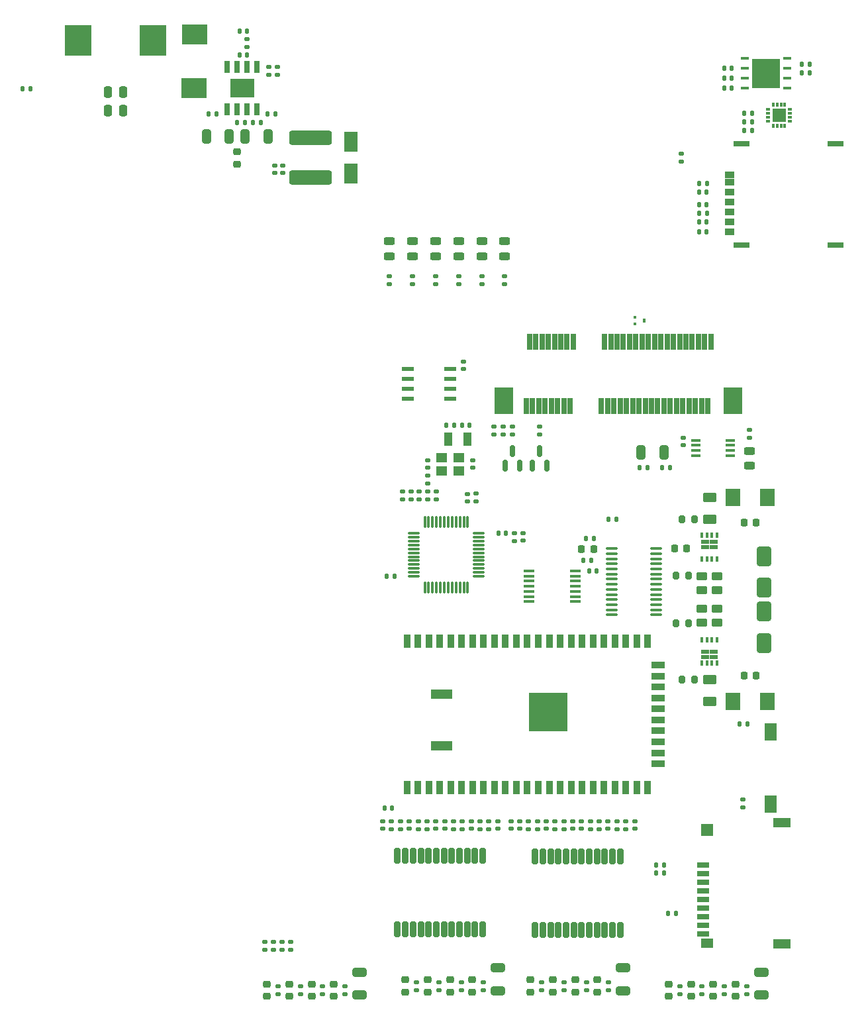
<source format=gtp>
G04 #@! TF.GenerationSoftware,KiCad,Pcbnew,7.0.5-0*
G04 #@! TF.CreationDate,2023-08-08T04:38:12-03:00*
G04 #@! TF.ProjectId,macunaima_rev2,6d616375-6e61-4696-9d61-5f726576322e,rev?*
G04 #@! TF.SameCoordinates,Original*
G04 #@! TF.FileFunction,Paste,Top*
G04 #@! TF.FilePolarity,Positive*
%FSLAX46Y46*%
G04 Gerber Fmt 4.6, Leading zero omitted, Abs format (unit mm)*
G04 Created by KiCad (PCBNEW 7.0.5-0) date 2023-08-08 04:38:12*
%MOMM*%
%LPD*%
G01*
G04 APERTURE LIST*
G04 Aperture macros list*
%AMRoundRect*
0 Rectangle with rounded corners*
0 $1 Rounding radius*
0 $2 $3 $4 $5 $6 $7 $8 $9 X,Y pos of 4 corners*
0 Add a 4 corners polygon primitive as box body*
4,1,4,$2,$3,$4,$5,$6,$7,$8,$9,$2,$3,0*
0 Add four circle primitives for the rounded corners*
1,1,$1+$1,$2,$3*
1,1,$1+$1,$4,$5*
1,1,$1+$1,$6,$7*
1,1,$1+$1,$8,$9*
0 Add four rect primitives between the rounded corners*
20,1,$1+$1,$2,$3,$4,$5,0*
20,1,$1+$1,$4,$5,$6,$7,0*
20,1,$1+$1,$6,$7,$8,$9,0*
20,1,$1+$1,$8,$9,$2,$3,0*%
G04 Aperture macros list end*
%ADD10R,1.409700X0.355600*%
%ADD11RoundRect,0.225000X0.250000X-0.225000X0.250000X0.225000X-0.250000X0.225000X-0.250000X-0.225000X0*%
%ADD12R,1.000000X1.800000*%
%ADD13RoundRect,0.140000X-0.140000X-0.170000X0.140000X-0.170000X0.140000X0.170000X-0.140000X0.170000X0*%
%ADD14RoundRect,0.135000X-0.185000X0.135000X-0.185000X-0.135000X0.185000X-0.135000X0.185000X0.135000X0*%
%ADD15RoundRect,0.140000X0.170000X-0.140000X0.170000X0.140000X-0.170000X0.140000X-0.170000X-0.140000X0*%
%ADD16RoundRect,0.135000X0.135000X0.185000X-0.135000X0.185000X-0.135000X-0.185000X0.135000X-0.185000X0*%
%ADD17RoundRect,0.140000X0.140000X0.170000X-0.140000X0.170000X-0.140000X-0.170000X0.140000X-0.170000X0*%
%ADD18RoundRect,0.140000X-0.170000X0.140000X-0.170000X-0.140000X0.170000X-0.140000X0.170000X0.140000X0*%
%ADD19RoundRect,0.100000X-0.637500X-0.100000X0.637500X-0.100000X0.637500X0.100000X-0.637500X0.100000X0*%
%ADD20RoundRect,0.243750X0.456250X-0.243750X0.456250X0.243750X-0.456250X0.243750X-0.456250X-0.243750X0*%
%ADD21RoundRect,0.250000X-0.325000X-0.650000X0.325000X-0.650000X0.325000X0.650000X-0.325000X0.650000X0*%
%ADD22RoundRect,0.135000X-0.135000X-0.185000X0.135000X-0.185000X0.135000X0.185000X-0.135000X0.185000X0*%
%ADD23RoundRect,0.135000X0.185000X-0.135000X0.185000X0.135000X-0.185000X0.135000X-0.185000X-0.135000X0*%
%ADD24R,0.450000X0.400000*%
%ADD25R,0.450000X0.500000*%
%ADD26RoundRect,0.195000X-0.195000X0.805000X-0.195000X-0.805000X0.195000X-0.805000X0.195000X0.805000X0*%
%ADD27RoundRect,0.147500X-0.147500X-0.172500X0.147500X-0.172500X0.147500X0.172500X-0.147500X0.172500X0*%
%ADD28R,1.800000X2.500000*%
%ADD29R,0.300000X0.570000*%
%ADD30R,0.570000X0.300000*%
%ADD31R,1.750000X1.750000*%
%ADD32RoundRect,0.218750X0.256250X-0.218750X0.256250X0.218750X-0.256250X0.218750X-0.256250X-0.218750X0*%
%ADD33R,1.879600X2.260600*%
%ADD34R,1.600000X0.600000*%
%ADD35R,1.550000X0.600000*%
%ADD36RoundRect,0.200000X-0.200000X-0.275000X0.200000X-0.275000X0.200000X0.275000X-0.200000X0.275000X0*%
%ADD37RoundRect,0.225000X0.225000X0.250000X-0.225000X0.250000X-0.225000X-0.250000X0.225000X-0.250000X0*%
%ADD38RoundRect,0.250000X-0.450000X0.262500X-0.450000X-0.262500X0.450000X-0.262500X0.450000X0.262500X0*%
%ADD39R,0.660400X2.108200*%
%ADD40R,2.438400X3.352800*%
%ADD41R,1.000000X0.600000*%
%ADD42R,0.420000X0.700000*%
%ADD43RoundRect,0.243750X-0.456250X0.243750X-0.456250X-0.243750X0.456250X-0.243750X0.456250X0.243750X0*%
%ADD44RoundRect,0.250000X-0.650000X0.325000X-0.650000X-0.325000X0.650000X-0.325000X0.650000X0.325000X0*%
%ADD45RoundRect,0.147500X0.172500X-0.147500X0.172500X0.147500X-0.172500X0.147500X-0.172500X-0.147500X0*%
%ADD46R,1.600200X0.711200*%
%ADD47R,1.498600X1.193800*%
%ADD48R,2.209800X1.193800*%
%ADD49R,1.498600X1.600200*%
%ADD50RoundRect,0.250000X0.625000X-0.375000X0.625000X0.375000X-0.625000X0.375000X-0.625000X-0.375000X0*%
%ADD51R,3.300000X2.500000*%
%ADD52RoundRect,0.075000X-0.075000X0.662500X-0.075000X-0.662500X0.075000X-0.662500X0.075000X0.662500X0*%
%ADD53RoundRect,0.075000X-0.662500X0.075000X-0.662500X-0.075000X0.662500X-0.075000X0.662500X0.075000X0*%
%ADD54RoundRect,0.250000X0.650000X-1.000000X0.650000X1.000000X-0.650000X1.000000X-0.650000X-1.000000X0*%
%ADD55R,1.150000X0.350000*%
%ADD56RoundRect,0.250000X0.250000X0.475000X-0.250000X0.475000X-0.250000X-0.475000X0.250000X-0.475000X0*%
%ADD57RoundRect,0.225000X-0.225000X-0.250000X0.225000X-0.250000X0.225000X0.250000X-0.225000X0.250000X0*%
%ADD58R,3.500000X4.000000*%
%ADD59RoundRect,0.150000X0.150000X-0.587500X0.150000X0.587500X-0.150000X0.587500X-0.150000X-0.587500X0*%
%ADD60R,1.400000X1.200000*%
%ADD61RoundRect,0.250000X0.325000X0.650000X-0.325000X0.650000X-0.325000X-0.650000X0.325000X-0.650000X0*%
%ADD62R,1.143000X0.812800*%
%ADD63R,2.108200X0.711200*%
%ADD64RoundRect,0.147500X-0.172500X0.147500X-0.172500X-0.147500X0.172500X-0.147500X0.172500X0.147500X0*%
%ADD65R,1.600000X2.180000*%
%ADD66RoundRect,0.250000X2.450000X-0.650000X2.450000X0.650000X-2.450000X0.650000X-2.450000X-0.650000X0*%
%ADD67R,0.900000X1.800000*%
%ADD68R,1.800000X0.900000*%
%ADD69R,5.000000X5.000000*%
%ADD70R,2.700000X1.200000*%
%ADD71R,1.112398X0.457200*%
%ADD72R,3.606800X3.708400*%
%ADD73RoundRect,0.250000X-0.650000X1.000000X-0.650000X-1.000000X0.650000X-1.000000X0.650000X1.000000X0*%
%ADD74R,0.650000X1.525000*%
%ADD75R,3.100000X2.400000*%
%ADD76RoundRect,0.250000X-0.625000X0.375000X-0.625000X-0.375000X0.625000X-0.375000X0.625000X0.375000X0*%
G04 APERTURE END LIST*
G36*
X105420405Y-19511220D02*
G01*
X103817005Y-19511220D01*
X103817005Y-17857020D01*
X105420405Y-17857020D01*
X105420405Y-19511220D01*
G37*
G36*
X105420405Y-17657020D02*
G01*
X103817005Y-17657020D01*
X103817005Y-16002820D01*
X105420405Y-16002820D01*
X105420405Y-17657020D01*
G37*
G36*
X103617005Y-19511220D02*
G01*
X102013605Y-19511220D01*
X102013605Y-17857020D01*
X103617005Y-17857020D01*
X103617005Y-19511220D01*
G37*
G36*
X103617005Y-17657020D02*
G01*
X102013605Y-17657020D01*
X102013605Y-16002820D01*
X103617005Y-16002820D01*
X103617005Y-17657020D01*
G37*
D10*
X73437250Y-81366242D03*
X73437250Y-82016228D03*
X73437250Y-82666214D03*
X73437250Y-83316200D03*
X73437250Y-83966186D03*
X73437250Y-84616172D03*
X73437250Y-85266158D03*
X79342750Y-85266158D03*
X79342750Y-84616172D03*
X79342750Y-83966186D03*
X79342750Y-83316200D03*
X79342750Y-82666214D03*
X79342750Y-82016228D03*
X79342750Y-81366242D03*
D11*
X63312143Y-135183240D03*
X63312143Y-133633240D03*
D12*
X63078407Y-64501200D03*
X65578407Y-64501200D03*
D13*
X108325129Y-17662020D03*
X109285129Y-17662020D03*
D14*
X59027501Y-133898240D03*
X59027501Y-134918240D03*
D15*
X60488407Y-72184868D03*
X60488407Y-71224868D03*
D11*
X96972143Y-135696200D03*
X96972143Y-134146200D03*
D16*
X92195000Y-125136200D03*
X91175000Y-125136200D03*
X84590000Y-74746200D03*
X83570000Y-74746200D03*
D13*
X62858407Y-62771200D03*
X63818407Y-62771200D03*
D17*
X33435000Y-22926200D03*
X32475000Y-22926200D03*
D14*
X64740357Y-133898240D03*
X64740357Y-134918240D03*
D18*
X93119248Y-64339299D03*
X93119248Y-65299299D03*
D19*
X83981918Y-78513700D03*
X83981918Y-79163700D03*
X83981918Y-79813700D03*
X83981918Y-80463700D03*
X83981918Y-81113700D03*
X83981918Y-81763700D03*
X83981918Y-82413700D03*
X83981918Y-83063700D03*
X83981918Y-83713700D03*
X83981918Y-84363700D03*
X83981918Y-85013700D03*
X83981918Y-85663700D03*
X83981918Y-86313700D03*
X83981918Y-86963700D03*
X89706918Y-86963700D03*
X89706918Y-86313700D03*
X89706918Y-85663700D03*
X89706918Y-85013700D03*
X89706918Y-84363700D03*
X89706918Y-83713700D03*
X89706918Y-83063700D03*
X89706918Y-82413700D03*
X89706918Y-81763700D03*
X89706918Y-81113700D03*
X89706918Y-80463700D03*
X89706918Y-79813700D03*
X89706918Y-79163700D03*
X89706918Y-78513700D03*
D20*
X101577448Y-67890399D03*
X101577448Y-66015399D03*
D17*
X65798407Y-62771200D03*
X64838407Y-62771200D03*
D14*
X61883929Y-133898240D03*
X61883929Y-134918240D03*
D21*
X32142000Y-25827000D03*
X35092000Y-25827000D03*
D18*
X86921478Y-113349484D03*
X86921478Y-114309484D03*
D14*
X47030357Y-134411200D03*
X47030357Y-135431200D03*
D22*
X95147706Y-35667020D03*
X96167706Y-35667020D03*
D23*
X74496862Y-114339484D03*
X74496862Y-113319484D03*
D11*
X76453214Y-135183240D03*
X76453214Y-133633240D03*
D13*
X69509231Y-76551200D03*
X70469231Y-76551200D03*
D15*
X64995000Y-55536200D03*
X64995000Y-54576200D03*
D24*
X86993425Y-48948846D03*
X86993425Y-49748846D03*
D25*
X88143425Y-49348846D03*
D26*
X85075000Y-117869610D03*
X84085000Y-117869610D03*
X83095000Y-117869610D03*
X82105000Y-117869610D03*
X81115000Y-117869610D03*
X80125000Y-117869610D03*
X79135000Y-117869610D03*
X78145000Y-117869610D03*
X77155000Y-117869610D03*
X76165000Y-117869610D03*
X75175000Y-117869610D03*
X74185000Y-117869610D03*
X74185000Y-127269610D03*
X75175000Y-127269610D03*
X76165000Y-127269610D03*
X77155000Y-127269610D03*
X78145000Y-127269610D03*
X79135000Y-127269610D03*
X80125000Y-127269610D03*
X81115000Y-127269610D03*
X82105000Y-127269610D03*
X83095000Y-127269610D03*
X84085000Y-127269610D03*
X85075000Y-127269610D03*
D27*
X81095000Y-81366200D03*
X82065000Y-81366200D03*
D28*
X50655000Y-30531200D03*
X50655000Y-26531200D03*
D23*
X100790000Y-111596200D03*
X100790000Y-110576200D03*
D29*
X104630891Y-24492020D03*
X105130891Y-24492020D03*
X105630891Y-24492020D03*
X106130891Y-24492020D03*
D30*
X106745891Y-23877020D03*
X106745891Y-23377020D03*
X106745891Y-22877020D03*
X106745891Y-22377020D03*
D29*
X106130891Y-21762020D03*
X105630891Y-21762020D03*
X105130891Y-21762020D03*
X104630891Y-21762020D03*
D30*
X104015891Y-22377020D03*
X104015891Y-22877020D03*
X104015891Y-23377020D03*
X104015891Y-23877020D03*
D31*
X105380891Y-23127020D03*
D23*
X55842692Y-114339484D03*
X55842692Y-113319484D03*
X71560000Y-77526200D03*
X71560000Y-76506200D03*
D11*
X91259287Y-135696200D03*
X91259287Y-134146200D03*
D32*
X36112400Y-29364500D03*
X36112400Y-27789500D03*
D27*
X80700000Y-77181200D03*
X81670000Y-77181200D03*
X87582900Y-68115223D03*
X88552900Y-68115223D03*
D23*
X61475000Y-44701200D03*
X61475000Y-43681200D03*
D15*
X57260000Y-72176200D03*
X57260000Y-71216200D03*
D33*
X103904800Y-98031200D03*
X99485200Y-98031200D03*
D15*
X65578407Y-72469777D03*
X65578407Y-71509777D03*
D16*
X90716608Y-118946200D03*
X89696608Y-118946200D03*
D14*
X77889938Y-113319484D03*
X77889938Y-114339484D03*
D23*
X64884228Y-114339484D03*
X64884228Y-113319484D03*
D15*
X41940000Y-30461200D03*
X41940000Y-29501200D03*
D14*
X84656090Y-113319484D03*
X84656090Y-114339484D03*
D34*
X57895000Y-55531200D03*
D35*
X57895000Y-56801200D03*
X57895000Y-58071200D03*
X57895000Y-59341200D03*
X63295000Y-59341200D03*
X63295000Y-58071200D03*
X63295000Y-56801200D03*
X63295000Y-55531200D03*
D17*
X96137706Y-38037020D03*
X95177706Y-38037020D03*
D14*
X58340000Y-71186200D03*
X58340000Y-72206200D03*
D23*
X40728333Y-129826200D03*
X40728333Y-128806200D03*
D11*
X94115715Y-135696200D03*
X94115715Y-134146200D03*
D36*
X92952600Y-74746200D03*
X94602600Y-74746200D03*
D14*
X85793782Y-113319484D03*
X85793782Y-114339484D03*
D17*
X56205000Y-82051200D03*
X55245000Y-82051200D03*
D15*
X83528398Y-114309484D03*
X83528398Y-113349484D03*
D37*
X102470000Y-94753700D03*
X100920000Y-94753700D03*
D14*
X60373460Y-113319484D03*
X60373460Y-114339484D03*
D38*
X95508800Y-82008700D03*
X95508800Y-83833700D03*
D23*
X81263014Y-114339484D03*
X81263014Y-113319484D03*
D39*
X73076448Y-60240600D03*
X73476450Y-52040599D03*
X73876449Y-60240600D03*
X74276448Y-52040599D03*
X74676450Y-60240600D03*
X75076449Y-52040599D03*
X75476448Y-60240600D03*
X75876448Y-52040599D03*
X76276449Y-60240600D03*
X76676448Y-52040599D03*
X77076448Y-60240600D03*
X77476449Y-52040599D03*
X77876449Y-60240600D03*
X78276448Y-52040599D03*
X78676447Y-60240600D03*
X79076449Y-52040599D03*
X82676448Y-60240600D03*
X83076447Y-52040599D03*
X83476449Y-60240600D03*
X83876448Y-52040599D03*
X84276447Y-60240600D03*
X84676449Y-52040599D03*
X85076448Y-60240600D03*
X85476447Y-52040599D03*
X85876447Y-60240600D03*
X86276448Y-52040599D03*
X86676448Y-60240600D03*
X87076447Y-52040599D03*
X87476449Y-60240600D03*
X87876448Y-52040599D03*
X88276447Y-60240600D03*
X88676449Y-52040599D03*
X89076448Y-60240600D03*
X89476447Y-52040599D03*
X89876446Y-60240600D03*
X90276448Y-52040599D03*
X90676447Y-60240600D03*
X91076446Y-52040599D03*
X91476448Y-60240600D03*
X91876447Y-52040599D03*
X92276447Y-60240600D03*
X92676446Y-52040599D03*
X93076448Y-60240600D03*
X93476447Y-52040599D03*
X93876446Y-60240600D03*
X94276448Y-52040599D03*
X94676447Y-60240600D03*
X95076446Y-52040599D03*
X95476448Y-60240600D03*
X95876447Y-52040599D03*
X96276446Y-60240600D03*
X96676445Y-52040599D03*
D40*
X70226452Y-59618300D03*
X99526444Y-59618300D03*
D18*
X66215134Y-67211200D03*
X66215134Y-68171200D03*
D22*
X100921005Y-25022020D03*
X101941005Y-25022020D03*
D27*
X100946005Y-22877020D03*
X101916005Y-22877020D03*
D41*
X95930000Y-78299820D03*
X97060000Y-78299820D03*
X95930000Y-77589820D03*
X97060000Y-77589820D03*
D42*
X95520000Y-76819820D03*
X96170000Y-76819820D03*
X96820000Y-76819820D03*
X97470000Y-76819820D03*
X95520000Y-79819820D03*
X96170000Y-79819820D03*
X96820000Y-79819820D03*
X97470000Y-79819820D03*
D17*
X99322207Y-18392020D03*
X98362207Y-18392020D03*
D23*
X58508813Y-44701200D03*
X58508813Y-43681200D03*
D14*
X76752246Y-113319484D03*
X76752246Y-114339484D03*
D16*
X90716608Y-120006200D03*
X89696608Y-120006200D03*
D43*
X61469377Y-39223562D03*
X61469377Y-41098562D03*
D13*
X36407600Y-15363800D03*
X37367600Y-15363800D03*
D23*
X68921800Y-63903981D03*
X68921800Y-62883981D03*
D15*
X61501152Y-114309484D03*
X61501152Y-113349484D03*
D44*
X103105000Y-132626200D03*
X103105000Y-135576200D03*
D11*
X39889287Y-135696200D03*
X39889287Y-134146200D03*
D45*
X66668407Y-72444777D03*
X66668407Y-71474777D03*
D14*
X95543929Y-134411200D03*
X95543929Y-135431200D03*
D46*
X95649046Y-118932723D03*
X95649046Y-120032723D03*
X95649046Y-121132724D03*
X95649046Y-122232724D03*
X95649046Y-123332724D03*
X95649046Y-124432722D03*
X95649046Y-125532722D03*
X95649046Y-126632723D03*
X95649046Y-127732723D03*
D47*
X96155046Y-128929723D03*
D48*
X105749046Y-129059723D03*
D49*
X96150046Y-114459723D03*
D48*
X105749046Y-113559723D03*
D11*
X42745715Y-135696200D03*
X42745715Y-134146200D03*
D38*
X95508800Y-86162821D03*
X95508800Y-87987821D03*
D50*
X96495000Y-74744820D03*
X96495000Y-71944820D03*
D43*
X55572293Y-39223562D03*
X55572293Y-41098562D03*
D44*
X85442499Y-132113240D03*
X85442499Y-135063240D03*
D51*
X30603800Y-19652000D03*
X30613800Y-12752000D03*
D22*
X95147706Y-31817020D03*
X96167706Y-31817020D03*
D52*
X65578407Y-75128700D03*
X65078407Y-75128700D03*
X64578407Y-75128700D03*
X64078407Y-75128700D03*
X63578407Y-75128700D03*
X63078407Y-75128700D03*
X62578407Y-75128700D03*
X62078407Y-75128700D03*
X61578407Y-75128700D03*
X61078407Y-75128700D03*
X60578407Y-75128700D03*
X60078407Y-75128700D03*
D53*
X58665907Y-76541200D03*
X58665907Y-77041200D03*
X58665907Y-77541200D03*
X58665907Y-78041200D03*
X58665907Y-78541200D03*
X58665907Y-79041200D03*
X58665907Y-79541200D03*
X58665907Y-80041200D03*
X58665907Y-80541200D03*
X58665907Y-81041200D03*
X58665907Y-81541200D03*
X58665907Y-82041200D03*
D52*
X60078407Y-83453700D03*
X60578407Y-83453700D03*
X61078407Y-83453700D03*
X61578407Y-83453700D03*
X62078407Y-83453700D03*
X62578407Y-83453700D03*
X63078407Y-83453700D03*
X63578407Y-83453700D03*
X64078407Y-83453700D03*
X64578407Y-83453700D03*
X65078407Y-83453700D03*
X65578407Y-83453700D03*
D53*
X66990907Y-82041200D03*
X66990907Y-81541200D03*
X66990907Y-81041200D03*
X66990907Y-80541200D03*
X66990907Y-80041200D03*
X66990907Y-79541200D03*
X66990907Y-79041200D03*
X66990907Y-78541200D03*
X66990907Y-78041200D03*
X66990907Y-77541200D03*
X66990907Y-77041200D03*
X66990907Y-76541200D03*
D23*
X67365000Y-44701200D03*
X67365000Y-43681200D03*
X42915000Y-129826200D03*
X42915000Y-128806200D03*
D13*
X36407600Y-12319800D03*
X37367600Y-12319800D03*
D17*
X55905000Y-111671200D03*
X54945000Y-111671200D03*
D11*
X73596786Y-135183240D03*
X73596786Y-133633240D03*
D15*
X60441681Y-68171200D03*
X60441681Y-67211200D03*
X40865000Y-30461200D03*
X40865000Y-29501200D03*
D54*
X103427600Y-90553700D03*
X103427600Y-86553700D03*
D45*
X71136845Y-114314484D03*
X71136845Y-113344484D03*
D14*
X101256785Y-134411200D03*
X101256785Y-135431200D03*
D17*
X96137706Y-34557020D03*
X95177706Y-34557020D03*
X96137706Y-36747020D03*
X95177706Y-36747020D03*
D55*
X94779648Y-64657099D03*
X94779648Y-65307099D03*
X94779648Y-65957099D03*
X94779648Y-66607099D03*
X99129648Y-66607099D03*
X99129648Y-65957099D03*
X99129648Y-65307099D03*
X99129648Y-64657099D03*
D18*
X61558407Y-71224868D03*
X61558407Y-72184868D03*
D43*
X70315003Y-39223562D03*
X70315003Y-41098562D03*
D11*
X79309642Y-135183240D03*
X79309642Y-133633240D03*
D56*
X21480000Y-22501200D03*
X19580000Y-22501200D03*
D11*
X57599287Y-135183240D03*
X57599287Y-133633240D03*
D57*
X100920000Y-75173700D03*
X102470000Y-75173700D03*
D37*
X93560000Y-78511200D03*
X92010000Y-78511200D03*
D14*
X41317501Y-134411200D03*
X41317501Y-135431200D03*
D18*
X72231478Y-113349484D03*
X72231478Y-114309484D03*
D36*
X92172600Y-88023700D03*
X93822600Y-88023700D03*
D15*
X66011920Y-114309484D03*
X66011920Y-113349484D03*
D22*
X39995000Y-22901200D03*
X41015000Y-22901200D03*
D58*
X25280000Y-13509600D03*
X15780000Y-13509600D03*
D44*
X51735000Y-132626200D03*
X51735000Y-135576200D03*
D14*
X44173929Y-134411200D03*
X44173929Y-135431200D03*
D23*
X56980384Y-114339484D03*
X56980384Y-113319484D03*
D14*
X74789200Y-62883981D03*
X74789200Y-63903981D03*
D11*
X66168571Y-135183240D03*
X66168571Y-133633240D03*
D59*
X70359400Y-67907723D03*
X72259400Y-67907723D03*
X71309400Y-66032723D03*
D14*
X71309400Y-62883981D03*
X71309400Y-63903981D03*
D43*
X67366461Y-39223562D03*
X67366461Y-41098562D03*
D38*
X97497600Y-86152821D03*
X97497600Y-87977821D03*
D23*
X73359170Y-114339484D03*
X73359170Y-113319484D03*
D14*
X80737856Y-133898240D03*
X80737856Y-134918240D03*
X101577448Y-63344099D03*
X101577448Y-64364099D03*
D16*
X101360000Y-100896200D03*
X100340000Y-100896200D03*
D60*
X62228407Y-68541200D03*
X64428407Y-68541200D03*
X64428407Y-66841200D03*
X62228407Y-66841200D03*
D18*
X54715000Y-113349484D03*
X54715000Y-114309484D03*
D14*
X41205600Y-16936600D03*
X41205600Y-17956600D03*
D15*
X79017630Y-114309484D03*
X79017630Y-113349484D03*
D26*
X67490000Y-117799610D03*
X66500000Y-117799610D03*
X65510000Y-117799610D03*
X64520000Y-117799610D03*
X63530000Y-117799610D03*
X62540000Y-117799610D03*
X61550000Y-117799610D03*
X60560000Y-117799610D03*
X59570000Y-117799610D03*
X58580000Y-117799610D03*
X57590000Y-117799610D03*
X56600000Y-117799610D03*
X56600000Y-127199610D03*
X57590000Y-127199610D03*
X58580000Y-127199610D03*
X59570000Y-127199610D03*
X60560000Y-127199610D03*
X61550000Y-127199610D03*
X62540000Y-127199610D03*
X63530000Y-127199610D03*
X64520000Y-127199610D03*
X65510000Y-127199610D03*
X66500000Y-127199610D03*
X67490000Y-127199610D03*
D61*
X90685900Y-66184823D03*
X87735900Y-66184823D03*
D23*
X70090200Y-63903981D03*
X70090200Y-62883981D03*
D16*
X81402600Y-80031563D03*
X80382600Y-80031563D03*
D23*
X63746536Y-114339484D03*
X63746536Y-113319484D03*
X55572293Y-44701200D03*
X55572293Y-43681200D03*
D11*
X60455715Y-135183240D03*
X60455715Y-133633240D03*
D36*
X92172600Y-81983700D03*
X93822600Y-81983700D03*
D62*
X99106005Y-32957020D03*
X99106005Y-35497020D03*
X99106005Y-38037020D03*
X99106005Y-31687020D03*
X99106005Y-34227020D03*
X99106005Y-36767020D03*
X99106005Y-30737020D03*
D63*
X100586066Y-39707020D03*
X100586066Y-26707020D03*
X112586007Y-39707020D03*
X112586007Y-26707020D03*
D18*
X69405000Y-113349484D03*
X69405000Y-114309484D03*
X80135322Y-113349484D03*
X80135322Y-114309484D03*
D23*
X60441681Y-70201200D03*
X60441681Y-69181200D03*
D14*
X67139612Y-113319484D03*
X67139612Y-114339484D03*
D57*
X80117600Y-78533700D03*
X81667600Y-78533700D03*
D36*
X92952600Y-95233700D03*
X94602600Y-95233700D03*
D17*
X96137706Y-32957020D03*
X95177706Y-32957020D03*
D22*
X36085000Y-24076200D03*
X37105000Y-24076200D03*
D64*
X59398407Y-71209868D03*
X59398407Y-72179868D03*
D43*
X64417919Y-39223562D03*
X64417919Y-41098562D03*
D17*
X101911005Y-23949520D03*
X100951005Y-23949520D03*
X99322207Y-19662020D03*
X98362207Y-19662020D03*
D11*
X99828571Y-135696200D03*
X99828571Y-134146200D03*
X45602143Y-135696200D03*
X45602143Y-134146200D03*
D18*
X58108076Y-113349484D03*
X58108076Y-114309484D03*
X62618844Y-113349484D03*
X62618844Y-114309484D03*
D59*
X73839200Y-67907723D03*
X75739200Y-67907723D03*
X74789200Y-66032723D03*
D22*
X8665000Y-19756200D03*
X9685000Y-19756200D03*
D18*
X75624554Y-113349484D03*
X75624554Y-114309484D03*
D65*
X104295000Y-111131200D03*
X104295000Y-101951200D03*
D14*
X68277304Y-113319484D03*
X68277304Y-114339484D03*
D44*
X69445000Y-132113240D03*
X69445000Y-135063240D03*
D14*
X49886785Y-134411200D03*
X49886785Y-135431200D03*
X75025000Y-133898240D03*
X75025000Y-134918240D03*
X83594284Y-133898240D03*
X83594284Y-134918240D03*
D23*
X37370200Y-14351800D03*
X37370200Y-13331800D03*
D16*
X91461448Y-68115223D03*
X90441448Y-68115223D03*
D23*
X70315003Y-44701200D03*
X70315003Y-43681200D03*
D14*
X77881428Y-133898240D03*
X77881428Y-134918240D03*
D17*
X99322207Y-17122020D03*
X98362207Y-17122020D03*
D56*
X21480000Y-20139000D03*
X19580000Y-20139000D03*
D23*
X92921005Y-28997020D03*
X92921005Y-27977020D03*
D14*
X67596785Y-133898240D03*
X67596785Y-134918240D03*
D66*
X45465000Y-31081200D03*
X45465000Y-25981200D03*
D23*
X64405000Y-44701200D03*
X64405000Y-43681200D03*
D16*
X109315129Y-16582020D03*
X108295129Y-16582020D03*
D23*
X39635000Y-129826200D03*
X39635000Y-128806200D03*
D38*
X97497600Y-82008700D03*
X97497600Y-83833700D03*
D11*
X82166070Y-135183240D03*
X82166070Y-133633240D03*
D21*
X37088800Y-25828800D03*
X40038800Y-25828800D03*
D67*
X57795000Y-109001200D03*
X59195000Y-109001200D03*
X60595000Y-109001200D03*
X61995000Y-109001200D03*
X63395000Y-109001200D03*
X64795000Y-109001200D03*
X66195000Y-109001200D03*
X67595000Y-109001200D03*
X68995000Y-109001200D03*
X70395000Y-109001200D03*
X71795000Y-109001200D03*
X73195000Y-109001200D03*
X74595000Y-109001200D03*
X75995000Y-109001200D03*
X77395000Y-109001200D03*
X78795000Y-109001200D03*
X80195000Y-109001200D03*
X81595000Y-109001200D03*
X82995000Y-109001200D03*
X84395000Y-109001200D03*
X85795000Y-109001200D03*
X87195000Y-109001200D03*
X88595000Y-109001200D03*
D68*
X89895000Y-106001200D03*
X89895000Y-104601200D03*
X89895000Y-103201200D03*
X89895000Y-101801200D03*
X89895000Y-100401200D03*
X89895000Y-99001200D03*
X89895000Y-97601200D03*
X89895000Y-96201200D03*
X89895000Y-94801200D03*
X89895000Y-93401200D03*
D67*
X88595000Y-90301200D03*
X87195000Y-90301200D03*
X85795000Y-90301200D03*
X84395000Y-90301200D03*
X82995000Y-90301200D03*
X81595000Y-90301200D03*
X80195000Y-90301200D03*
X78795000Y-90301200D03*
X77395000Y-90301200D03*
X75995000Y-90301200D03*
X74595000Y-90301200D03*
X73195000Y-90301200D03*
X71795000Y-90301200D03*
X70395000Y-90301200D03*
X68995000Y-90301200D03*
X67595000Y-90301200D03*
X66195000Y-90301200D03*
X64795000Y-90301200D03*
X63395000Y-90301200D03*
X61995000Y-90301200D03*
X60595000Y-90301200D03*
X59195000Y-90301200D03*
X57795000Y-90301200D03*
D69*
X75895000Y-99401200D03*
D70*
X62195000Y-103701200D03*
X62195000Y-97101200D03*
D14*
X59235768Y-113319484D03*
X59235768Y-114339484D03*
D23*
X41821666Y-129826200D03*
X41821666Y-128806200D03*
D43*
X58520835Y-39223562D03*
X58520835Y-41098562D03*
D18*
X72640000Y-76536200D03*
X72640000Y-77496200D03*
D71*
X106462806Y-19662020D03*
X106462806Y-18392020D03*
X106462806Y-17122020D03*
X106462806Y-15852020D03*
X100971204Y-15852020D03*
X100971204Y-17122020D03*
X100971204Y-18392020D03*
X100971204Y-19662020D03*
D72*
X103717005Y-17757020D03*
D73*
X103427600Y-79456200D03*
X103427600Y-83456200D03*
D74*
X34828948Y-22368400D03*
X36098948Y-22368400D03*
X37368948Y-22368400D03*
X38638948Y-22368400D03*
X38638948Y-16944400D03*
X37368948Y-16944400D03*
X36098948Y-16944400D03*
X34828948Y-16944400D03*
D75*
X36733948Y-19656400D03*
D22*
X38117000Y-24076200D03*
X39137000Y-24076200D03*
D41*
X97060000Y-91649977D03*
X95930000Y-91649977D03*
X97060000Y-92359977D03*
X95930000Y-92359977D03*
D42*
X97470000Y-93129977D03*
X96820000Y-93129977D03*
X96170000Y-93129977D03*
X95520000Y-93129977D03*
X97470000Y-90129977D03*
X96820000Y-90129977D03*
X96170000Y-90129977D03*
X95520000Y-90129977D03*
D76*
X96495000Y-95249977D03*
X96495000Y-98049977D03*
D11*
X48458571Y-135696200D03*
X48458571Y-134146200D03*
D33*
X103904800Y-71954820D03*
X99485200Y-71954820D03*
D14*
X40113400Y-16936600D03*
X40113400Y-17956600D03*
X98400357Y-134411200D03*
X98400357Y-135431200D03*
X92687501Y-134411200D03*
X92687501Y-135431200D03*
D23*
X82400706Y-114339484D03*
X82400706Y-113319484D03*
M02*

</source>
